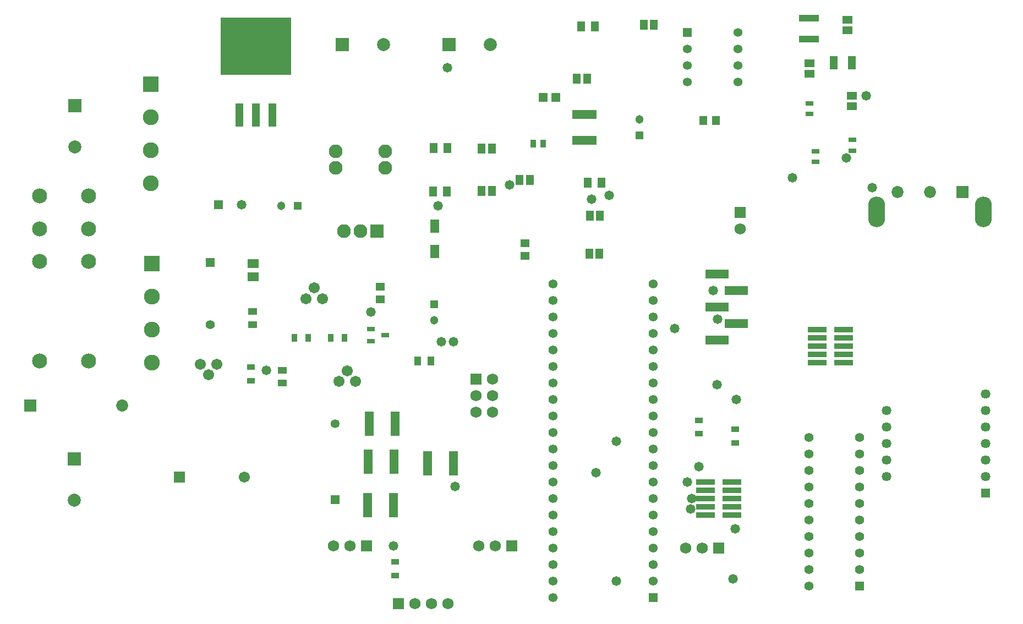
<source format=gbr>
G04*
G04 #@! TF.GenerationSoftware,Altium Limited,Altium Designer,22.4.2 (48)*
G04*
G04 Layer_Color=8388736*
%FSLAX25Y25*%
%MOIN*%
G70*
G04*
G04 #@! TF.SameCoordinates,97987FA3-2DFC-465C-9EA8-C567EA978DF9*
G04*
G04*
G04 #@! TF.FilePolarity,Negative*
G04*
G01*
G75*
%ADD19R,0.05315X0.03937*%
%ADD20R,0.04724X0.03543*%
%ADD21R,0.03543X0.04724*%
%ADD22R,0.05756X0.04953*%
%ADD25R,0.04750X0.05938*%
%ADD26R,0.04953X0.05756*%
%ADD29R,0.03758X0.04969*%
%ADD30R,0.05333X0.05756*%
%ADD34R,0.03937X0.05315*%
%ADD38R,0.05151X0.02987*%
%ADD40R,0.04737X0.14186*%
%ADD41R,0.42926X0.34658*%
%ADD42R,0.06902X0.05721*%
%ADD43R,0.04934X0.03162*%
%ADD44R,0.04737X0.06115*%
%ADD45R,0.04580X0.06272*%
%ADD46R,0.14658X0.05721*%
%ADD47R,0.05721X0.08477*%
%ADD48R,0.05721X0.14658*%
%ADD49R,0.11784X0.03713*%
%ADD50R,0.14304X0.05800*%
%ADD51R,0.11902X0.03989*%
%ADD52R,0.04816X0.07965*%
%ADD53R,0.06272X0.04580*%
%ADD54C,0.06706*%
%ADD55R,0.07887X0.07887*%
%ADD56C,0.07887*%
%ADD57C,0.05769*%
%ADD58R,0.05769X0.05769*%
%ADD59R,0.07887X0.07887*%
%ADD60R,0.09599X0.09599*%
%ADD61C,0.09599*%
%ADD62C,0.09068*%
%ADD63R,0.07296X0.07296*%
%ADD64C,0.07296*%
%ADD65R,0.05131X0.05131*%
%ADD66C,0.05131*%
%ADD67R,0.05820X0.05820*%
%ADD68C,0.05820*%
%ADD69R,0.06706X0.06706*%
%ADD70R,0.05524X0.05524*%
%ADD71C,0.05524*%
%ADD72R,0.08359X0.08359*%
%ADD73C,0.08359*%
%ADD74C,0.08300*%
%ADD75R,0.05359X0.05359*%
%ADD76C,0.05359*%
%ADD77R,0.05131X0.05131*%
%ADD78R,0.06902X0.06902*%
%ADD79C,0.06902*%
%ADD80R,0.05461X0.05461*%
%ADD81C,0.05461*%
%ADD82R,0.06902X0.06902*%
%ADD83R,0.05328X0.05328*%
%ADD84C,0.05328*%
%ADD85R,0.05485X0.05485*%
%ADD86C,0.05485*%
%ADD87C,0.07284*%
%ADD88R,0.07284X0.07284*%
G04:AMPARAMS|DCode=89|XSize=102.36mil|YSize=185.04mil|CornerRadius=51.18mil|HoleSize=0mil|Usage=FLASHONLY|Rotation=0.000|XOffset=0mil|YOffset=0mil|HoleType=Round|Shape=RoundedRectangle|*
%AMROUNDEDRECTD89*
21,1,0.10236,0.08268,0,0,0.0*
21,1,0.00000,0.18504,0,0,0.0*
1,1,0.10236,0.00000,-0.04134*
1,1,0.10236,0.00000,-0.04134*
1,1,0.10236,0.00000,0.04134*
1,1,0.10236,0.00000,0.04134*
%
%ADD89ROUNDEDRECTD89*%
G04:AMPARAMS|DCode=90|XSize=102.36mil|YSize=185.04mil|CornerRadius=51.18mil|HoleSize=0mil|Usage=FLASHONLY|Rotation=0.000|XOffset=0mil|YOffset=0mil|HoleType=Round|Shape=RoundedRectangle|*
%AMROUNDEDRECTD90*
21,1,0.10236,0.08268,0,0,0.0*
21,1,0.00000,0.18504,0,0,0.0*
1,1,0.10236,0.00000,-0.04134*
1,1,0.10236,0.00000,-0.04134*
1,1,0.10236,0.00000,0.04134*
1,1,0.10236,0.00000,0.04134*
%
%ADD90ROUNDEDRECTD90*%
%ADD91C,0.05800*%
D19*
X262000Y261500D02*
D03*
Y269374D02*
D03*
X244000Y304874D02*
D03*
Y297000D02*
D03*
D20*
X243000Y262866D02*
D03*
Y271134D02*
D03*
X330500Y153268D02*
D03*
Y145000D02*
D03*
X514500Y230732D02*
D03*
Y239000D02*
D03*
X536500Y225366D02*
D03*
Y233634D02*
D03*
D21*
X291366Y289000D02*
D03*
X299634D02*
D03*
X269366D02*
D03*
X277634D02*
D03*
D22*
X321500Y319846D02*
D03*
Y312154D02*
D03*
X409000Y338500D02*
D03*
Y346193D02*
D03*
D25*
X451274Y477500D02*
D03*
X443000D02*
D03*
X353726Y404000D02*
D03*
X362000D02*
D03*
X353500Y377500D02*
D03*
X361774D02*
D03*
X455500Y383000D02*
D03*
X447226D02*
D03*
D26*
X524693Y420500D02*
D03*
X517000D02*
D03*
D29*
X420054Y406500D02*
D03*
X413946D02*
D03*
D30*
X427842Y434500D02*
D03*
X420158D02*
D03*
D34*
X351937Y275000D02*
D03*
X344063D02*
D03*
D38*
X585000Y402000D02*
D03*
Y395491D02*
D03*
X607500Y408755D02*
D03*
Y402245D02*
D03*
X581500Y431000D02*
D03*
Y424491D02*
D03*
D40*
X236000Y423768D02*
D03*
X246000D02*
D03*
X256000D02*
D03*
D41*
X246000Y465500D02*
D03*
D42*
X244500Y325965D02*
D03*
Y334035D02*
D03*
D43*
X315669Y294240D02*
D03*
Y286760D02*
D03*
X324331Y290500D02*
D03*
D44*
X481047Y478500D02*
D03*
X486953D02*
D03*
X453953Y340000D02*
D03*
X448047D02*
D03*
X454453Y363000D02*
D03*
X448547D02*
D03*
D45*
X382811Y403500D02*
D03*
X389189D02*
D03*
X446689Y446000D02*
D03*
X440311D02*
D03*
X389189Y378000D02*
D03*
X382811D02*
D03*
X412189Y384500D02*
D03*
X405811D02*
D03*
D46*
X445000Y408705D02*
D03*
Y424295D02*
D03*
D47*
X354500Y356677D02*
D03*
Y341323D02*
D03*
D48*
X350205Y213000D02*
D03*
X365795D02*
D03*
X314205Y214000D02*
D03*
X329795D02*
D03*
X313705Y187500D02*
D03*
X329295D02*
D03*
X314705Y237000D02*
D03*
X330295D02*
D03*
D49*
X534512Y201500D02*
D03*
Y196500D02*
D03*
Y191500D02*
D03*
Y186500D02*
D03*
Y181500D02*
D03*
X518488D02*
D03*
Y186500D02*
D03*
Y191500D02*
D03*
Y196500D02*
D03*
Y201500D02*
D03*
X585988Y274000D02*
D03*
Y279000D02*
D03*
Y284000D02*
D03*
Y289000D02*
D03*
Y294000D02*
D03*
X602012D02*
D03*
Y289000D02*
D03*
Y284000D02*
D03*
Y279000D02*
D03*
Y274000D02*
D03*
D50*
X525504Y287500D02*
D03*
X537000Y297500D02*
D03*
X525504Y307500D02*
D03*
X537000Y317500D02*
D03*
X525504Y327500D02*
D03*
D51*
X581000Y470000D02*
D03*
Y482598D02*
D03*
D52*
X595988Y455500D02*
D03*
X607012D02*
D03*
D53*
X607000Y435689D02*
D03*
Y429311D02*
D03*
X581500Y449000D02*
D03*
Y455378D02*
D03*
X604500Y481689D02*
D03*
Y475311D02*
D03*
D54*
X212500Y273000D02*
D03*
X217500Y266500D02*
D03*
X222500Y273000D02*
D03*
X296500Y262500D02*
D03*
X301500Y269000D02*
D03*
X306500Y262500D02*
D03*
X286500Y312563D02*
D03*
X281500Y319063D02*
D03*
X276500Y312563D02*
D03*
X239000Y204500D02*
D03*
D55*
X298500Y466500D02*
D03*
X363000D02*
D03*
D56*
X323500D02*
D03*
X136500Y404500D02*
D03*
X136000Y190500D02*
D03*
X388000Y466500D02*
D03*
D57*
X628000Y225000D02*
D03*
Y215000D02*
D03*
Y205000D02*
D03*
Y235000D02*
D03*
Y245000D02*
D03*
X688000Y225000D02*
D03*
Y235000D02*
D03*
Y245000D02*
D03*
Y215000D02*
D03*
Y205000D02*
D03*
Y255000D02*
D03*
D58*
Y195000D02*
D03*
D59*
X136500Y429500D02*
D03*
X136000Y215500D02*
D03*
D60*
X182500Y442500D02*
D03*
X183000Y334000D02*
D03*
D61*
X182500Y422500D02*
D03*
Y402500D02*
D03*
Y382500D02*
D03*
X183000Y314000D02*
D03*
Y294000D02*
D03*
Y274000D02*
D03*
D62*
X144764Y275000D02*
D03*
Y335079D02*
D03*
Y354921D02*
D03*
Y374764D02*
D03*
X115236D02*
D03*
Y354921D02*
D03*
Y335079D02*
D03*
Y275000D02*
D03*
D63*
X109488Y248000D02*
D03*
D64*
X165000D02*
D03*
D65*
X271343Y369000D02*
D03*
D66*
X261500D02*
D03*
X478500Y421343D02*
D03*
X354000Y299500D02*
D03*
D67*
X223500Y369500D02*
D03*
D68*
X237280D02*
D03*
D69*
X199630Y204500D02*
D03*
D70*
X218500Y334402D02*
D03*
D71*
Y297000D02*
D03*
D72*
X319500Y353500D02*
D03*
D73*
X309500D02*
D03*
X299500D02*
D03*
D74*
X324500Y392000D02*
D03*
Y402000D02*
D03*
X294500D02*
D03*
Y392000D02*
D03*
D75*
X507500Y474000D02*
D03*
D76*
Y464000D02*
D03*
Y454000D02*
D03*
Y444000D02*
D03*
X538248D02*
D03*
Y454000D02*
D03*
Y464000D02*
D03*
Y474000D02*
D03*
D77*
X478500Y411500D02*
D03*
X354000Y309343D02*
D03*
D78*
X401000Y163000D02*
D03*
X313000D02*
D03*
X332500Y128000D02*
D03*
X526500Y161500D02*
D03*
D79*
X391000Y163000D02*
D03*
X381000D02*
D03*
X303000D02*
D03*
X293000D02*
D03*
X539500Y355000D02*
D03*
X389500Y264000D02*
D03*
X379500Y254000D02*
D03*
Y244000D02*
D03*
X389500Y254000D02*
D03*
Y244000D02*
D03*
X342500Y128000D02*
D03*
X352500D02*
D03*
X362500D02*
D03*
X516500Y161500D02*
D03*
X506500D02*
D03*
D80*
X486748Y131500D02*
D03*
D81*
Y141500D02*
D03*
Y151500D02*
D03*
Y161500D02*
D03*
Y171500D02*
D03*
Y181500D02*
D03*
Y191500D02*
D03*
Y201500D02*
D03*
Y211500D02*
D03*
Y221500D02*
D03*
Y231500D02*
D03*
Y241500D02*
D03*
Y251500D02*
D03*
Y261500D02*
D03*
Y271500D02*
D03*
Y281500D02*
D03*
Y291500D02*
D03*
Y301500D02*
D03*
Y311500D02*
D03*
Y321500D02*
D03*
X426000D02*
D03*
Y311500D02*
D03*
Y301500D02*
D03*
Y291500D02*
D03*
Y281500D02*
D03*
Y271500D02*
D03*
Y261500D02*
D03*
Y251500D02*
D03*
Y241500D02*
D03*
Y231500D02*
D03*
Y221500D02*
D03*
Y211500D02*
D03*
Y201500D02*
D03*
Y191500D02*
D03*
Y181500D02*
D03*
Y171500D02*
D03*
Y161500D02*
D03*
Y151500D02*
D03*
Y141500D02*
D03*
Y131500D02*
D03*
D82*
X539500Y365000D02*
D03*
X379500Y264000D02*
D03*
D83*
X294000Y190937D02*
D03*
D84*
Y237000D02*
D03*
D85*
X611618Y138500D02*
D03*
D86*
Y148500D02*
D03*
Y158500D02*
D03*
Y168500D02*
D03*
Y178500D02*
D03*
Y188500D02*
D03*
Y198500D02*
D03*
Y208500D02*
D03*
Y218500D02*
D03*
Y228500D02*
D03*
X580988D02*
D03*
Y218500D02*
D03*
Y208500D02*
D03*
Y198500D02*
D03*
Y188500D02*
D03*
Y178500D02*
D03*
Y168500D02*
D03*
Y158500D02*
D03*
Y148500D02*
D03*
Y138500D02*
D03*
D87*
X634815Y377331D02*
D03*
X654500D02*
D03*
D88*
X674185D02*
D03*
D89*
X686783Y365126D02*
D03*
D90*
X622217D02*
D03*
D91*
X536400Y173100D02*
D03*
X356500Y369000D02*
D03*
X365795Y286500D02*
D03*
X464500Y226300D02*
D03*
X399900Y381500D02*
D03*
X603600Y398000D02*
D03*
X571200Y385973D02*
D03*
X619500Y380000D02*
D03*
X449453Y373000D02*
D03*
X366600Y198800D02*
D03*
X525500Y260600D02*
D03*
X523100Y317500D02*
D03*
X499800Y294552D02*
D03*
X452200Y207200D02*
D03*
X510100Y191500D02*
D03*
X464500Y141500D02*
D03*
X509400Y185300D02*
D03*
X315900Y304400D02*
D03*
X535000Y142900D02*
D03*
X358300Y286500D02*
D03*
X329400Y163000D02*
D03*
X507500Y201500D02*
D03*
X460000Y375100D02*
D03*
X615900Y435616D02*
D03*
X362000Y452700D02*
D03*
X514300Y210800D02*
D03*
X252400Y269374D02*
D03*
X525600Y300352D02*
D03*
X537000Y251500D02*
D03*
M02*

</source>
